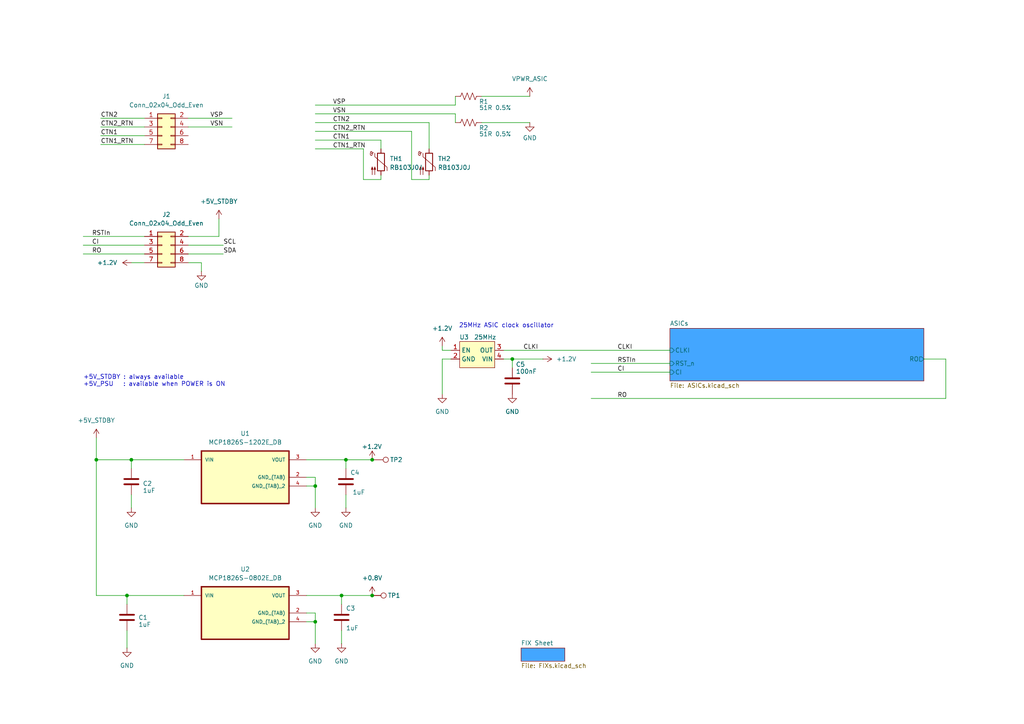
<source format=kicad_sch>
(kicad_sch (version 20231120) (generator "eeschema") (generator_version "8.0")
  (paper "A4")
  (lib_symbols
    (symbol "Connector:TestPoint" (pin_numbers hide) (pin_names (offset 0.762) hide)
      (property "Reference" "TP" (at 0 6.858 0))
      (property "Value" "TestPoint" (at 0 5.08 0))
      (symbol "TestPoint_0_1"
        (circle (center 0 3.302) (radius 0.762))
      )
      (symbol "TestPoint_1_1"
        (pin passive line (at 0 0 90) (length 2.54) (name "1") (number "1"))
      )
    )
    (symbol "Connector_Generic:Conn_02x04_Odd_Even" (pin_names (offset 1.016) hide)
      (property "Reference" "J" (at 1.27 5.08 0))
      (property "Value" "Conn_02x04_Odd_Even" (at 1.27 -7.62 0))
      (symbol "Conn_02x04_Odd_Even_1_1"
        (rectangle (start -1.27 -4.953) (end 0 -5.207) (stroke (width 0.1524)))
        (rectangle (start -1.27 -2.413) (end 0 -2.667) (stroke (width 0.1524)))
        (rectangle (start -1.27 0.127) (end 0 -0.127) (stroke (width 0.1524)))
        (rectangle (start -1.27 2.667) (end 0 2.413) (stroke (width 0.1524)))
        (rectangle (start -1.27 3.81) (end 3.81 -6.35) (stroke (width 0.254)) (fill (type background)))
        (rectangle (start 3.81 -4.953) (end 2.54 -5.207) (stroke (width 0.1524)))
        (rectangle (start 3.81 -2.413) (end 2.54 -2.667) (stroke (width 0.1524)))
        (rectangle (start 3.81 0.127) (end 2.54 -0.127) (stroke (width 0.1524)))
        (rectangle (start 3.81 2.667) (end 2.54 2.413) (stroke (width 0.1524)))
        (pin passive line (at -5.08 2.54 0) (length 3.81) (name "Pin_1") (number "1"))
        (pin passive line (at 7.62 2.54 180) (length 3.81) (name "Pin_2") (number "2"))
        (pin passive line (at -5.08 0 0) (length 3.81) (name "Pin_3") (number "3"))
        (pin passive line (at 7.62 0 180) (length 3.81) (name "Pin_4") (number "4"))
        (pin passive line (at -5.08 -2.54 0) (length 3.81) (name "Pin_5") (number "5"))
        (pin passive line (at 7.62 -2.54 180) (length 3.81) (name "Pin_6") (number "6"))
        (pin passive line (at -5.08 -5.08 0) (length 3.81) (name "Pin_7") (number "7"))
        (pin passive line (at 7.62 -5.08 180) (length 3.81) (name "Pin_8") (number "8"))
      )
    )
    (symbol "Device:C" (pin_numbers hide) (pin_names (offset 0.254))
      (property "Reference" "C" (at 0.635 2.54 0))
      (property "Value" "C" (at 0.635 -2.54 0))
      (symbol "C_0_1"
        (polyline (pts (xy -2.032 -0.762) (xy 2.032 -0.762)) (stroke (width 0.508)))
        (polyline (pts (xy -2.032 0.762) (xy 2.032 0.762)) (stroke (width 0.508)))
      )
      (symbol "C_1_1"
        (pin passive line (at 0 3.81 270) (length 2.794) (name "~") (number "1"))
        (pin passive line (at 0 -3.81 90) (length 2.794) (name "~") (number "2"))
      )
    )
    (symbol "Device:R_US" (pin_numbers hide) (pin_names (offset 0))
      (property "Reference" "R" (at 2.54 0 90))
      (property "Value" "R_US" (at -2.54 0 90))
      (symbol "R_US_0_1"
        (polyline (pts (xy 0 -2.286) (xy 0 -2.54)))
        (polyline (pts (xy 0 2.286) (xy 0 2.54)))
        (polyline (pts (xy 0 -0.762) (xy 1.016 -1.143) (xy 0 -1.524) (xy -1.016 -1.905) (xy 0 -2.286)))
        (polyline (pts (xy 0 0.762) (xy 1.016 0.381) (xy 0 0) (xy -1.016 -0.381) (xy 0 -0.762)))
        (polyline (pts (xy 0 2.286) (xy 1.016 1.905) (xy 0 1.524) (xy -1.016 1.143) (xy 0 0.762)))
      )
      (symbol "R_US_1_1"
        (pin passive line (at 0 3.81 270) (length 1.27) (name "~") (number "1"))
        (pin passive line (at 0 -3.81 90) (length 1.27) (name "~") (number "2"))
      )
    )
    (symbol "EKO_Miner_ASIClib:MCP1826S-0802E_DB" (pin_names (offset 1.016))
      (property "Reference" "U" (at -12.7 10.668 0))
      (property "Value" "MCP1826S-0802E_DB" (at -12.7 8.636 0))
      (property "P/N MOUSER" "579-MCP1826S-0802EDB" (at 0 0 0))
      (symbol "MCP1826S-0802E_DB_0_0"
        (rectangle (start -12.7 -7.62) (end 12.7 7.62) (stroke (width 0.41)) (fill (type background)))
        (pin input line (at -17.78 5.08 0) (length 5.08) (name "VIN") (number "1"))
        (pin power_in line (at 17.78 0 180) (length 5.08) (name "GND_(TAB)") (number "2"))
        (pin output line (at 17.78 5.08 180) (length 5.08) (name "VOUT") (number "3"))
        (pin power_in line (at 17.78 -2.54 180) (length 5.08) (name "GND_(TAB)_2") (number "4"))
      )
    )
    (symbol "EKO_Miner_ASIClib:MCP1826S-1802E_DB" (pin_names (offset 1.016))
      (property "Reference" "U" (at -12.7 10.668 0))
      (property "Value" "MCP1826S-1802E_DB" (at -12.7 8.636 0))
      (property "P/N MOUSER" "579-MCP1826S-1802EDB" (at 0 0 0))
      (symbol "MCP1826S-1802E_DB_0_0"
        (rectangle (start -12.7 -7.62) (end 12.7 7.62) (stroke (width 0.41)) (fill (type background)))
        (pin input line (at -17.78 5.08 0) (length 5.08) (name "VIN") (number "1"))
        (pin power_in line (at 17.78 0 180) (length 5.08) (name "GND_(TAB)") (number "2"))
        (pin output line (at 17.78 5.08 180) (length 5.08) (name "VOUT") (number "3"))
        (pin power_in line (at 17.78 -2.54 180) (length 5.08) (name "GND_(TAB)_2") (number "4"))
      )
    )
    (symbol "Sensor_Temperature:PT1000" (pin_numbers hide) (pin_names (offset 0))
      (property "Reference" "TH" (at -4.445 0 90))
      (property "Value" "PT1000" (at 3.175 0 90))
      (symbol "PT1000_0_1"
        (arc (start -3.048 2.159) (mid -3.0495 2.3143) (end -3.175 2.413))
        (arc (start -3.048 2.159) (mid -2.9736 1.9794) (end -2.794 1.905))
        (arc (start -3.048 2.794) (mid -2.9736 2.6144) (end -2.794 2.54))
        (arc (start -2.794 1.905) (mid -2.6144 1.9794) (end -2.54 2.159))
        (arc (start -2.794 2.54) (mid -2.4393 2.5587) (end -2.159 2.794))
        (arc (start -2.794 3.048) (mid -2.9736 2.9736) (end -3.048 2.794))
        (arc (start -2.54 2.794) (mid -2.6144 2.9736) (end -2.794 3.048))
        (rectangle (start -1.016 2.54) (end 1.016 -2.54) (stroke (width 0.254)))
        (polyline (pts (xy -2.54 2.159) (xy -2.54 2.794)))
        (polyline (pts (xy -1.778 2.54) (xy -1.778 1.524) (xy 1.778 -1.524) (xy 1.778 -2.54)))
        (polyline (pts (xy -2.54 -3.683) (xy -2.54 -1.397) (xy -2.794 -2.159) (xy -2.286 -2.159) (xy -2.54 -1.397) (xy -2.54 -1.651)) (fill (type outline)))
        (polyline (pts (xy -1.778 -3.683) (xy -1.778 -1.397) (xy -2.032 -2.159) (xy -1.524 -2.159) (xy -1.778 -1.397) (xy -1.778 -1.651)) (fill (type outline)))
      )
      (symbol "PT1000_1_1"
        (pin passive line (at 0 3.81 270) (length 1.27) (name "~") (number "1"))
        (pin passive line (at 0 -3.81 90) (length 1.27) (name "~") (number "2"))
      )
    )
    (symbol "bitaxe:oscillator"
      (property "Reference" "U" (at -3.81 5.08 0))
      (property "Value" "oscillator" (at 0 -5.08 0))
      (symbol "oscillator_0_1"
        (rectangle (start -5.08 3.81) (end 5.08 -3.81) (stroke (width 0.1524)) (fill (type background)))
      )
      (symbol "oscillator_1_0"
        (pin bidirectional line (at -7.62 1.27 0) (length 2.54) (name "EN") (number "1"))
        (pin bidirectional line (at -7.62 -1.27 0) (length 2.54) (name "GND") (number "2"))
        (pin bidirectional line (at 7.62 1.27 180) (length 2.54) (name "OUT") (number "3"))
        (pin bidirectional line (at 7.62 -1.27 180) (length 2.54) (name "VIN") (number "4"))
      )
    )
    (symbol "power:+3.3V" (power) (pin_names (offset 0))
      (property "Value" "+3.3V" (at 0 3.556 0))
      (symbol "+3.3V_0_1"
        (polyline (pts (xy -0.762 1.27) (xy 0 2.54)))
        (polyline (pts (xy 0 0) (xy 0 2.54)))
        (polyline (pts (xy 0 2.54) (xy 0.762 1.27)))
      )
      (symbol "+3.3V_1_1"
        (pin power_in line (at 0 0 90) (length 0) hide (name "+3.3V") (number "1"))
      )
    )
    (symbol "power:GND" (power) (pin_numbers hide) (pin_names (offset 0) hide)
      (property "Value" "GND" (at 0 -3.81 0))
      (symbol "GND_0_1"
        (polyline (pts (xy 0 0) (xy 0 -1.27) (xy 1.27 -1.27) (xy 0 -2.54) (xy -1.27 -1.27) (xy 0 -1.27)))
      )
      (symbol "GND_1_1"
        (pin power_in line (at 0 0 270) (length 0) (name "~") (number "1"))
      )
    )
    (symbol "power:VDD" (power) (pin_numbers hide) (pin_names (offset 0) hide)
      (property "Value" "VDD" (at 0 3.556 0))
      (symbol "VDD_0_1"
        (polyline (pts (xy -0.762 1.27) (xy 0 2.54)))
        (polyline (pts (xy 0 0) (xy 0 2.54)))
        (polyline (pts (xy 0 2.54) (xy 0.762 1.27)))
      )
      (symbol "VDD_1_1"
        (pin power_in line (at 0 0 90) (length 0) (name "~") (number "1"))
      )
    )
  )
  (junction (at 107.95 172.72))
  (junction (at 99.06 172.72))
  (junction (at 107.95 133.35))
  (junction (at 38.1 133.35))
  (junction (at 27.94 133.35))
  (junction (at 91.44 140.97))
  (junction (at 36.83 172.72))
  (junction (at 100.33 133.35) (diameter 0.9144))
  (junction (at 148.59 104.14))
  (junction (at 91.44 180.34))
  (wire (pts (xy 29.21 34.29) (xy 41.91 34.29)))
  (wire (pts (xy 88.9 133.35) (xy 100.33 133.35)))
  (wire (pts (xy 124.46 52.07) (xy 124.46 50.8)))
  (wire (pts (xy 27.94 133.35) (xy 38.1 133.35)))
  (wire (pts (xy 91.44 138.43) (xy 91.44 140.97)))
  (wire (pts (xy 110.49 52.07) (xy 110.49 50.8)))
  (wire (pts (xy 88.9 177.8) (xy 91.44 177.8)))
  (wire (pts (xy 91.44 140.97) (xy 91.44 147.32)))
  (wire (pts (xy 36.83 172.72) (xy 53.34 172.72)))
  (wire (pts (xy 148.59 104.14) (xy 148.59 106.68)))
  (wire (pts (xy 36.83 187.96) (xy 36.83 182.88)))
  (wire (pts (xy 88.9 140.97) (xy 91.44 140.97)))
  (wire (pts (xy 29.21 41.91) (xy 41.91 41.91)))
  (wire (pts (xy 99.06 172.72) (xy 107.95 172.72)))
  (wire (pts (xy 274.32 115.57) (xy 274.32 104.14)))
  (wire (pts (xy 119.38 52.07) (xy 124.46 52.07)))
  (wire (pts (xy 107.95 133.35) (xy 108.585 133.35)))
  (wire (pts (xy 128.27 104.14) (xy 128.27 114.3)))
  (wire (pts (xy 171.45 105.41) (xy 194.31 105.41)))
  (wire (pts (xy 105.41 43.18) (xy 105.41 52.07)))
  (wire (pts (xy 29.21 36.83) (xy 41.91 36.83)))
  (wire (pts (xy 132.08 27.94) (xy 132.08 30.48)))
  (wire (pts (xy 128.27 101.6) (xy 128.27 100.33)))
  (wire (pts (xy 124.46 35.56) (xy 124.46 43.18)))
  (wire (pts (xy 38.1 133.35) (xy 38.1 135.89)))
  (wire (pts (xy 139.7 35.56) (xy 153.67 35.56)))
  (wire (pts (xy 99.06 186.69) (xy 99.06 182.88)))
  (wire (pts (xy 91.44 43.18) (xy 105.41 43.18)))
  (wire (pts (xy 27.94 172.72) (xy 36.83 172.72)))
  (wire (pts (xy 105.41 52.07) (xy 110.49 52.07)))
  (wire (pts (xy 27.94 133.35) (xy 27.94 172.72)))
  (wire (pts (xy 58.42 76.2) (xy 58.42 78.74)))
  (wire (pts (xy 38.1 143.51) (xy 38.1 147.32)))
  (wire (pts (xy 146.05 101.6) (xy 194.31 101.6)))
  (wire (pts (xy 132.08 30.48) (xy 91.44 30.48)))
  (wire (pts (xy 88.9 172.72) (xy 99.06 172.72)))
  (wire (pts (xy 128.27 104.14) (xy 130.81 104.14)))
  (wire (pts (xy 24.13 71.12) (xy 41.91 71.12)))
  (wire (pts (xy 64.77 73.66) (xy 54.61 73.66)))
  (wire (pts (xy 171.45 107.95) (xy 194.31 107.95)))
  (wire (pts (xy 88.9 180.34) (xy 91.44 180.34)))
  (wire (pts (xy 100.33 133.35) (xy 100.33 135.89)))
  (wire (pts (xy 91.44 33.02) (xy 132.08 33.02)))
  (wire (pts (xy 91.44 35.56) (xy 124.46 35.56)))
  (wire (pts (xy 91.44 40.64) (xy 110.49 40.64)))
  (wire (pts (xy 38.1 133.35) (xy 53.34 133.35)))
  (wire (pts (xy 139.7 27.94) (xy 153.67 27.94)))
  (wire (pts (xy 63.5 63.5) (xy 63.5 68.58)))
  (wire (pts (xy 41.91 76.2) (xy 38.1 76.2)))
  (wire (pts (xy 54.61 36.83) (xy 67.31 36.83)))
  (wire (pts (xy 132.08 33.02) (xy 132.08 35.56)))
  (wire (pts (xy 110.49 40.64) (xy 110.49 43.18)))
  (wire (pts (xy 91.44 186.69) (xy 91.44 180.34)))
  (wire (pts (xy 119.38 38.1) (xy 119.38 52.07)))
  (wire (pts (xy 274.32 104.14) (xy 267.97 104.14)))
  (wire (pts (xy 171.45 115.57) (xy 274.32 115.57)))
  (wire (pts (xy 24.13 73.66) (xy 41.91 73.66)))
  (wire (pts (xy 91.44 138.43) (xy 88.9 138.43)))
  (wire (pts (xy 54.61 34.29) (xy 67.31 34.29)))
  (wire (pts (xy 148.59 104.14) (xy 157.48 104.14)))
  (wire (pts (xy 54.61 76.2) (xy 58.42 76.2)))
  (wire (pts (xy 91.44 180.34) (xy 91.44 177.8)))
  (wire (pts (xy 128.27 101.6) (xy 130.81 101.6)))
  (wire (pts (xy 91.44 38.1) (xy 119.38 38.1)))
  (wire (pts (xy 100.33 143.51) (xy 100.33 147.32)))
  (wire (pts (xy 27.94 127) (xy 27.94 133.35)))
  (wire (pts (xy 99.06 172.72) (xy 99.06 175.26)))
  (wire (pts (xy 100.33 133.35) (xy 107.95 133.35)))
  (wire (pts (xy 64.77 71.12) (xy 54.61 71.12)))
  (wire (pts (xy 146.05 104.14) (xy 148.59 104.14)))
  (wire (pts (xy 24.13 68.58) (xy 41.91 68.58)))
  (wire (pts (xy 29.21 39.37) (xy 41.91 39.37)))
  (wire (pts (xy 63.5 68.58) (xy 54.61 68.58)))
  (wire (pts (xy 36.83 172.72) (xy 36.83 175.26)))
  (text "+5V_STDBY : always available\n+5V_PSU   : available when POWER is ON" (at 24.13 110.49 0) (effects (font (size 1.27 1.27)) (justify left)))
  (text "25MHz ASIC clock oscillator" (at 133.096 95.25 0) (effects (font (size 1.27 1.27)) (justify left bottom)))
  (label "CTN1_RTN" (at 29.21 41.91 0))
  (label "CLKI" (at 179.07 101.6 0))
  (label "RSTIn" (at 179.07 105.41 0))
  (label "CI" (at 179.07 107.95 0))
  (label "CLKI" (at 151.765 101.6 0))
  (label "VSN" (at 60.96 36.83 0))
  (label "RO" (at 26.67 73.66 0))
  (label "CTN2" (at 29.21 34.29 0))
  (label "CTN1_RTN" (at 96.52 43.18 0))
  (label "CTN1" (at 29.21 39.37 0))
  (label "RO" (at 179.07 115.57 0))
  (label "RSTIn" (at 26.67 68.58 0))
  (label "VSP" (at 96.52 30.48 0))
  (label "CI" (at 26.67 71.12 0))
  (label "SCL" (at 64.77 71.12 0))
  (label "CTN2_RTN" (at 96.52 38.1 0))
  (label "VSP" (at 60.96 34.29 0))
  (label "CTN2_RTN" (at 29.21 36.83 0))
  (label "VSN" (at 96.52 33.02 0))
  (label "CTN1" (at 96.52 40.64 0))
  (label "CTN2" (at 96.52 35.56 0))
  (label "SDA" (at 64.77 73.66 0))
  (symbol (lib_id "power:GND") (at 58.42 78.74 0) (mirror y) (unit 1)
    (property "Reference" "#PWR05" (effects (hide yes)))
    (property "Value" "GND" (at 58.42 82.804 0))
    (property "Description" "Power symbol creates a global label with name \"GND\" , ground" (effects (hide yes)))
  )
  (symbol (lib_id "power:GND") (at 91.44 186.69 0) (unit 1)
    (property "Reference" "#PWR016" (effects (hide yes)))
    (property "Value" "GND" (at 91.44 191.77 0))
    (property "Description" "Power symbol creates a global label with name \"GND\" , ground" (effects (hide yes)))
  )
  (symbol (lib_id "power:GND") (at 128.27 114.3 0) (unit 1)
    (property "Reference" "#PWR08" (effects (hide yes)))
    (property "Value" "GND" (at 128.27 119.38 0))
    (property "Description" "Power symbol creates a global label with name \"GND\" , ground" (effects (hide yes)))
  )
  (symbol (lib_id "power:VDD") (at 107.95 172.72 0) (unit 1)
    (property "Reference" "#PWR015" (effects (hide yes)))
    (property "Value" "+0.8V" (at 107.95 167.64 0))
    (property "Description" "Power symbol creates a global label with name \"VDD\"" (effects (hide yes)))
  )
  (symbol (lib_id "Connector:TestPoint") (at 107.95 172.72 270) (mirror x) (unit 1) (in_bom no)
    (property "Reference" "TP1" (at 114.3 172.72 90))
    (property "Value" "TestPoint" (effects (hide yes)))
    (property "Footprint" "TestPoint:TestPoint_Pad_D1.0mm" (effects (hide yes)))
  )
  (symbol (lib_id "power:GND") (at 100.33 147.32 0) (unit 1)
    (property "Reference" "#PWR014" (effects (hide yes)))
    (property "Value" "GND" (at 100.33 152.4 0))
    (property "Description" "Power symbol creates a global label with name \"GND\" , ground" (effects (hide yes)))
  )
  (symbol (lib_id "power:GND") (at 38.1 147.32 0) (unit 1)
    (property "Reference" "#PWR012" (effects (hide yes)))
    (property "Value" "GND" (at 38.1 152.4 0))
    (property "Description" "Power symbol creates a global label with name \"GND\" , ground" (effects (hide yes)))
  )
  (symbol (lib_id "Device:C") (at 36.83 179.07 0) (unit 1)
    (property "Reference" "C1" (at 40.132 179.832 0) (effects (justify left bottom)))
    (property "Value" "1uF" (at 40.132 181.864 0) (effects (justify left bottom)))
    (property "Footprint" "Capacitor_SMD:C_0805_2012Metric_Pad1.18x1.45mm_HandSolder" (effects (hide yes)))
  )
  (symbol (lib_id "bitaxe:oscillator") (at 138.43 102.87 0) (unit 1)
    (property "Reference" "U3" (at 134.62 97.79 0))
    (property "Value" "25MHz" (at 140.716 97.79 0))
    (property "Footprint" "Oscillator:Oscillator_SMD_Abracon_ASE-4Pin_3.2x2.5mm" (effects (hide yes)))
    (property "Datasheet" "https://www.jauch.com/downloadfile/5ef1edcfb8e2f73163c8ce8009ef659d1/jo32-1.8-3.3v.pdf" (effects (hide yes)))
  )
  (symbol (lib_id "power:VDD") (at 38.1 76.2 90) (unit 1)
    (property "Reference" "#PWR0193" (effects (hide yes)))
    (property "Value" "+1.2V" (at 34.036 76.2 90) (effects (justify left)))
    (property "Description" "Power symbol creates a global label with name \"VDD\"" (effects (hide yes)))
  )
  (symbol (lib_id "EKO_Miner_ASIClib:MCP1826S-1802E_DB") (at 71.12 138.43 0) (unit 1)
    (property "Reference" "U1" (at 71.12 125.73 0))
    (property "Value" "MCP1826S-1202E_DB" (at 71.12 128.27 0))
    (property "Footprint" "EKO_Miner_ASIClib:MCP1826S" (effects (hide yes)))
    (property "MF" "Microchip" (effects (hide yes)))
    (property "Description_1" "\nIC,LINEAR REGULATOR;MAX. INPUT,6V;OUTPUT,1.2V;1000MA;ACCURACY,0.5%;SOT223-3 | Microchip Technology Inc. MCP1826S-1202E/DB\n" (effects (hide yes)))
    (property "Package" "SOT-223 Microchip Technology" (effects (hide yes)))
    (property "Price" "None" (effects (hide yes)))
    (property "SnapEDA_Link" "https://www.snapeda.com/parts/MCP1826S-1802E/DB/Microchip/view-part/?ref=snap" (effects (hide yes)))
    (property "MP" "MCP1826S-1802E/DB" (effects (hide yes)))
    (property "Purchase-URL" "https://www.snapeda.com/api/url_track_click_mouser/?unipart_id=142747&manufacturer=Microchip&part_name=MCP1826S-1802E/DB&search_term=mcp1826s" (effects (hide yes)))
    (property "Availability" "In Stock" (effects (hide yes)))
    (property "Check_prices" "https://www.snapeda.com/parts/MCP1826S-1802E/DB/Microchip/view-part/?ref=eda" (effects (hide yes)))
    (property "P/N MOUSER" "579-MCP1826S-1802EDB" (effects (hide yes)))
  )
  (symbol (lib_id "power:VDD") (at 157.48 104.14 270) (unit 1)
    (property "Reference" "#PWR07" (effects (hide yes)))
    (property "Value" "+1.2V" (at 161.29 104.1399 90) (effects (justify left)))
    (property "Description" "Power symbol creates a global label with name \"VDD\"" (effects (hide yes)))
  )
  (symbol (lib_id "power:VDD") (at 107.95 133.35 0) (unit 1)
    (property "Reference" "#PWR011" (effects (hide yes)))
    (property "Value" "+1.2V" (at 104.902 129.54 0) (effects (justify left)))
    (property "Description" "Power symbol creates a global label with name \"VDD\"" (effects (hide yes)))
  )
  (symbol (lib_id "power:GND") (at 99.06 186.69 0) (unit 1)
    (property "Reference" "#PWR017" (effects (hide yes)))
    (property "Value" "GND" (at 99.06 191.77 0))
    (property "Description" "Power symbol creates a global label with name \"GND\" , ground" (effects (hide yes)))
  )
  (symbol (lib_id "Connector_Generic:Conn_02x04_Odd_Even") (at 46.99 71.12 0) (unit 1)
    (property "Reference" "J2" (at 48.26 62.23 0))
    (property "Value" "Conn_02x04_Odd_Even" (at 48.26 64.77 0))
    (property "Footprint" "Connector_PinHeader_2.54mm:PinHeader_2x04_P2.54mm_Vertical_SMD" (effects (hide yes)))
    (property "Description" "Generic connector, double row, 02x04, odd/even pin numbering scheme (row 1 odd numbers, row 2 even numbers), script generated (kicad-library-utils/schlib/autogen/connector/)" (effects (hide yes)))
  )
  (symbol (lib_id "Connector:TestPoint") (at 108.585 133.35 270) (mirror x) (unit 1) (in_bom no)
    (property "Reference" "TP2" (at 114.935 133.35 90))
    (property "Value" "TestPoint" (effects (hide yes)))
    (property "Footprint" "TestPoint:TestPoint_Pad_D1.0mm" (effects (hide yes)))
  )
  (symbol (lib_id "power:GND") (at 36.83 187.96 0) (unit 1)
    (property "Reference" "#PWR018" (effects (hide yes)))
    (property "Value" "GND" (at 36.83 193.04 0))
    (property "Description" "Power symbol creates a global label with name \"GND\" , ground" (effects (hide yes)))
  )
  (symbol (lib_id "Device:C") (at 99.06 179.07 0) (unit 1)
    (property "Reference" "C3" (at 100.33 177.165 0) (effects (justify left bottom)))
    (property "Value" "1uF" (at 100.33 182.88 0) (effects (justify left bottom)))
    (property "Footprint" "Capacitor_SMD:C_0805_2012Metric_Pad1.18x1.45mm_HandSolder" (effects (hide yes)))
  )
  (symbol (lib_id "Device:R_US") (at 135.89 27.94 270) (unit 1)
    (property "Reference" "R1" (at 138.938 29.464 90) (effects (justify left)))
    (property "Value" "51R 0.5%" (at 138.938 31.242 90) (effects (justify left)))
    (property "Footprint" "Resistor_SMD:R_0805_2012Metric_Pad1.20x1.40mm_HandSolder" (effects (hide yes)))
  )
  (symbol (lib_id "power:VDD") (at 128.27 100.33 0) (unit 1)
    (property "Reference" "#PWR06" (effects (hide yes)))
    (property "Value" "+1.2V" (at 128.27 95.25 0))
    (property "Description" "Power symbol creates a global label with name \"VDD\"" (effects (hide yes)))
  )
  (symbol (lib_id "Device:C") (at 38.1 139.7 0) (unit 1)
    (property "Reference" "C2" (at 41.402 140.97 0) (effects (justify left bottom)))
    (property "Value" "1uF" (at 41.402 143.002 0) (effects (justify left bottom)))
    (property "Footprint" "Capacitor_SMD:C_0805_2012Metric_Pad1.18x1.45mm_HandSolder" (effects (hide yes)))
  )
  (symbol (lib_id "power:VDD") (at 153.67 27.94 0) (unit 1)
    (property "Reference" "#PWR01" (effects (hide yes)))
    (property "Value" "VPWR_ASIC" (at 153.67 22.86 0))
    (property "Description" "Power symbol creates a global label with name \"VDD\"" (effects (hide yes)))
  )
  (symbol (lib_id "power:+3.3V") (at 63.5 63.5 0) (mirror y) (unit 1)
    (property "Reference" "#PWR03" (effects (hide yes)))
    (property "Value" "+5V_STDBY" (at 63.5 58.42 0))
  )
  (symbol (lib_id "power:GND") (at 153.67 35.56 0) (mirror y) (unit 1)
    (property "Reference" "#PWR02" (effects (hide yes)))
    (property "Value" "GND" (at 153.67 40.005 0))
  )
  (symbol (lib_id "Sensor_Temperature:PT1000") (at 124.46 46.99 0) (unit 1)
    (property "Reference" "TH2" (at 127 46.0374 0) (effects (justify left)))
    (property "Value" "RB103J0J" (at 127 48.5774 0) (effects (justify left)))
    (property "Footprint" "Resistor_SMD:R_0603_1608Metric" (effects (hide yes)))
    (property "Description" "CTN" (effects (hide yes)))
    (property "P/N MOUSER" "576-RB103J0J" (effects (hide yes)))
  )
  (symbol (lib_id "Connector_Generic:Conn_02x04_Odd_Even") (at 46.99 36.83 0) (unit 1)
    (property "Reference" "J1" (at 48.26 27.94 0))
    (property "Value" "Conn_02x04_Odd_Even" (at 48.26 30.48 0))
    (property "Footprint" "Connector_PinHeader_2.54mm:PinHeader_2x04_P2.54mm_Vertical_SMD" (effects (hide yes)))
    (property "Description" "Generic connector, double row, 02x04, odd/even pin numbering scheme (row 1 odd numbers, row 2 even numbers), script generated (kicad-library-utils/schlib/autogen/connector/)" (effects (hide yes)))
  )
  (symbol (lib_id "power:GND") (at 91.44 147.32 0) (unit 1)
    (property "Reference" "#PWR013" (effects (hide yes)))
    (property "Value" "GND" (at 91.44 152.4 0))
    (property "Description" "Power symbol creates a global label with name \"GND\" , ground" (effects (hide yes)))
  )
  (symbol (lib_id "Device:C") (at 148.59 110.49 0) (unit 1)
    (property "Reference" "C5" (at 149.606 106.426 0) (effects (justify left bottom)))
    (property "Value" "100nF" (at 149.606 108.458 0) (effects (justify left bottom)))
    (property "Footprint" "Capacitor_SMD:C_0805_2012Metric_Pad1.18x1.45mm_HandSolder" (effects (hide yes)))
  )
  (symbol (lib_id "power:GND") (at 148.59 114.3 0) (unit 1)
    (property "Reference" "#PWR09" (effects (hide yes)))
    (property "Value" "GND" (at 148.59 119.38 0))
    (property "Description" "Power symbol creates a global label with name \"GND\" , ground" (effects (hide yes)))
  )
  (symbol (lib_id "Device:R_US") (at 135.89 35.56 270) (unit 1)
    (property "Reference" "R2" (at 138.938 37.084 90) (effects (justify left)))
    (property "Value" "51R 0.5%" (at 138.938 38.862 90) (effects (justify left)))
    (property "Footprint" "Resistor_SMD:R_0805_2012Metric_Pad1.20x1.40mm_HandSolder" (effects (hide yes)))
  )
  (symbol (lib_id "EKO_Miner_ASIClib:MCP1826S-0802E_DB") (at 71.12 177.8 0) (unit 1)
    (property "Reference" "U2" (at 71.12 165.1 0))
    (property "Value" "MCP1826S-0802E_DB" (at 71.12 167.64 0))
    (property "Footprint" "EKO_Miner_ASIClib:MCP1826S" (effects (hide yes)))
    (property "MF" "Microchip" (effects (hide yes)))
    (property "Description_1" "\nIC,LINEAR REGULATOR;MAX. INPUT,6V;OUTPUT,1.8V;1000MA;ACCURACY,0.5%;SOT223-3 | Microchip Technology Inc. MCP1826S-1802E/DB\n" (effects (hide yes)))
    (property "Package" "SOT-223 Microchip Technology" (effects (hide yes)))
    (property "Price" "None" (effects (hide yes)))
    (property "SnapEDA_Link" "https://www.snapeda.com/parts/MCP1826S-1802E/DB/Microchip/view-part/?ref=snap" (effects (hide yes)))
    (property "MP" "MCP1826S-1802E/DB" (effects (hide yes)))
    (property "Purchase-URL" "https://www.snapeda.com/api/url_track_click_mouser/?unipart_id=142747&manufacturer=Microchip&part_name=MCP1826S-1802E/DB&search_term=mcp1826s" (effects (hide yes)))
    (property "Availability" "In Stock" (effects (hide yes)))
    (property "Check_prices" "https://www.snapeda.com/parts/MCP1826S-1802E/DB/Microchip/view-part/?ref=eda" (effects (hide yes)))
    (property "P/N MOUSER" "579-MCP1826S-0802EDB" (effects (hide yes)))
  )
  (symbol (lib_id "Device:C") (at 100.33 139.7 0) (unit 1)
    (property "Reference" "C4" (at 101.6 137.795 0) (effects (justify left bottom)))
    (property "Value" "1uF" (at 102.235 143.51 0) (effects (justify left bottom)))
    (property "Footprint" "Capacitor_SMD:C_0805_2012Metric_Pad1.18x1.45mm_HandSolder" (effects (hide yes)))
  )
  (symbol (lib_id "power:+3.3V") (at 27.94 127 0) (unit 1)
    (property "Reference" "#PWR010" (effects (hide yes)))
    (property "Value" "+5V_STDBY" (at 27.94 121.92 0))
  )
  (symbol (lib_id "Sensor_Temperature:PT1000") (at 110.49 46.99 0) (unit 1)
    (property "Reference" "TH1" (at 113.03 46.0374 0) (effects (justify left)))
    (property "Value" "RB103J0J" (at 113.03 48.5774 0) (effects (justify left)))
    (property "Footprint" "Resistor_SMD:R_0603_1608Metric" (effects (hide yes)))
    (property "Description" "CTN" (effects (hide yes)))
    (property "P/N MOUSER" "576-RB103J0J" (effects (hide yes)))
  )
  (sheet (at 151.13 187.96) (size 12.7 3.81) (stroke (width 0.1524)) (fill (color 67 166 255 1.0000))
    (property "Sheetname" "FIX Sheet" (at 151.13 187.2484 0) (effects (justify left bottom)))
    (property "Sheetfile" "FIXs.kicad_sch" (at 151.13 192.3546 0) (effects (justify left top)))
  )
  (sheet (at 194.31 95.25) (size 73.66 15.24) (stroke (width 0.1524)) (fill (color 67 166 255 1.0000))
    (property "Sheetname" "ASICs" (at 194.31 94.5384 0) (effects (justify left bottom)))
    (property "Sheetfile" "ASICs.kicad_sch" (at 194.31 111.0746 0) (effects (justify left top)))
    (pin "CLKI" input (at 194.31 101.6 180))
    (pin "CI" input (at 194.31 107.95 180))
    (pin "RST_n" input (at 194.31 105.41 180))
    (pin "RO" output (at 267.97 104.14 0))
  )
)
</source>
